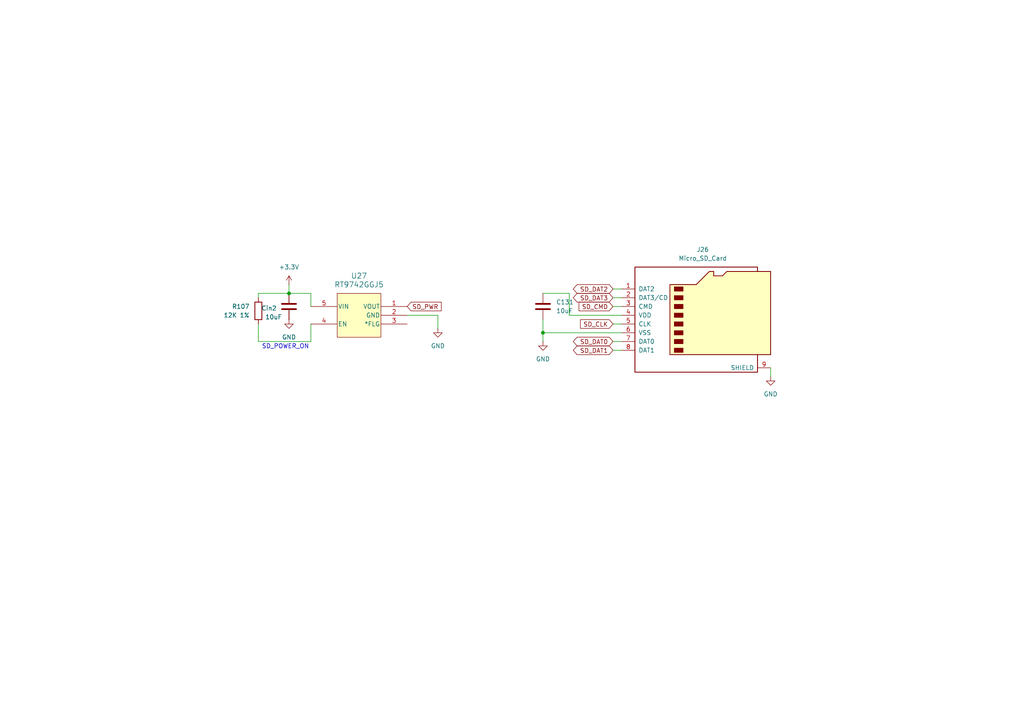
<source format=kicad_sch>
(kicad_sch (version 20250114) (generator "eeschema") (generator_version "9.0")
  (paper "A4")
  (lib_symbols
    (symbol "Connector:Micro_SD_Card" (pin_names (offset 1.016))
      (property "Reference" "J" (at -16.51 15.24 0))
      (property "Value" "Micro_SD_Card" (at 16.51 15.24 0))
      (symbol "Micro_SD_Card_0_1"
        (polyline (pts (xy -8.89 -11.43) (xy -8.89 8.89) (xy -1.27 8.89) (xy 2.54 12.7) (xy 3.81 12.7) (xy 3.81 11.43) (xy 6.35 11.43) (xy 7.62 12.7) (xy 20.32 12.7) (xy 20.32 -11.43) (xy -8.89 -11.43)) (stroke (width 0.254)) (fill (type background)))
        (rectangle (start -7.62 8.255) (end -5.08 6.985) (fill (type outline)))
        (rectangle (start -7.62 5.715) (end -5.08 4.445) (fill (type outline)))
        (rectangle (start -7.62 3.175) (end -5.08 1.905) (fill (type outline)))
        (rectangle (start -7.62 0.635) (end -5.08 -0.635) (fill (type outline)))
        (rectangle (start -7.62 -1.905) (end -5.08 -3.175) (fill (type outline)))
        (rectangle (start -7.62 -4.445) (end -5.08 -5.715) (fill (type outline)))
        (rectangle (start -7.62 -6.985) (end -5.08 -8.255) (fill (type outline)))
        (rectangle (start -7.62 -9.525) (end -5.08 -10.795) (fill (type outline)))
        (polyline (pts (xy 16.51 12.7) (xy 16.51 13.97) (xy -19.05 13.97) (xy -19.05 -16.51) (xy 16.51 -16.51) (xy 16.51 -11.43)) (stroke (width 0.254)))
      )
      (symbol "Micro_SD_Card_1_1"
        (pin bidirectional line (at -22.86 7.62 0) (length 3.81) (name "DAT2") (number "1"))
        (pin bidirectional line (at -22.86 5.08 0) (length 3.81) (name "DAT3/CD") (number "2"))
        (pin input line (at -22.86 2.54 0) (length 3.81) (name "CMD") (number "3"))
        (pin power_in line (at -22.86 0 0) (length 3.81) (name "VDD") (number "4"))
        (pin input line (at -22.86 -2.54 0) (length 3.81) (name "CLK") (number "5"))
        (pin power_in line (at -22.86 -5.08 0) (length 3.81) (name "VSS") (number "6"))
        (pin bidirectional line (at -22.86 -7.62 0) (length 3.81) (name "DAT0") (number "7"))
        (pin bidirectional line (at -22.86 -10.16 0) (length 3.81) (name "DAT1") (number "8"))
        (pin passive line (at 20.32 -15.24 180) (length 3.81) (name "SHIELD") (number "9"))
      )
    )
    (symbol "Device:C" (pin_numbers (hide yes)) (pin_names (offset 0.254))
      (property "Reference" "C" (at 0.635 2.54 0))
      (property "Value" "C" (at 0.635 -2.54 0))
      (symbol "C_0_1"
        (polyline (pts (xy -2.032 0.762) (xy 2.032 0.762)) (stroke (width 0.508)))
        (polyline (pts (xy -2.032 -0.762) (xy 2.032 -0.762)) (stroke (width 0.508)))
      )
      (symbol "C_1_1"
        (pin passive line (at 0 3.81 270) (length 2.794) (name "~") (number "1"))
        (pin passive line (at 0 -3.81 90) (length 2.794) (name "~") (number "2"))
      )
    )
    (symbol "Device:R" (pin_numbers (hide yes)) (pin_names (offset 0))
      (property "Reference" "R" (at 2.032 0 90))
      (property "Value" "R" (at 0 0 90))
      (symbol "R_0_1"
        (rectangle (start -1.016 -2.54) (end 1.016 2.54) (stroke (width 0.254)))
      )
      (symbol "R_1_1"
        (pin passive line (at 0 3.81 270) (length 1.27) (name "~") (number "1"))
        (pin passive line (at 0 -3.81 90) (length 1.27) (name "~") (number "2"))
      )
    )
    (symbol "capstone_parts:RT9742GGJ5" (pin_names (offset 0.254))
      (property "Reference" "U1" (at 20.32 10.16 0))
      (property "Value" "RT9742GGJ5" (at 20.32 7.62 0))
      (symbol "RT9742GGJ5_0_1"
        (pin power_in line (at 6.35 1.27 0) (length 7.62) (name "VOUT") (number "1"))
        (pin power_out line (at 6.35 -1.27 0) (length 7.62) (name "GND") (number "2"))
        (pin unspecified line (at 6.35 -3.81 0) (length 7.62) (name "*FLG") (number "3"))
        (pin power_in line (at 34.29 1.27 180) (length 7.62) (name "VIN") (number "5"))
        (pin unspecified line (at 34.29 -3.81 180) (length 7.62) (name "EN") (number "4"))
      )
      (symbol "RT9742GGJ5_1_1"
        (rectangle (start 13.97 5.08) (end 26.67 -7.62) (fill (type background)))
      )
    )
    (symbol "power:+3.3V" (power) (pin_numbers (hide yes)) (pin_names (offset 0) (hide yes))
      (property "Value" "+3.3V" (at 0 3.556 0))
      (symbol "+3.3V_0_1"
        (polyline (pts (xy -0.762 1.27) (xy 0 2.54)))
        (polyline (pts (xy 0 2.54) (xy 0.762 1.27)))
        (polyline (pts (xy 0 0) (xy 0 2.54)))
      )
      (symbol "+3.3V_1_1"
        (pin power_in line (at 0 0 90) (length 0) (name "~") (number "1"))
      )
    )
    (symbol "power:GND" (power) (pin_numbers (hide yes)) (pin_names (offset 0) (hide yes))
      (property "Value" "GND" (at 0 -3.81 0))
      (symbol "GND_0_1"
        (polyline (pts (xy 0 0) (xy 0 -1.27) (xy 1.27 -1.27) (xy 0 -2.54) (xy -1.27 -1.27) (xy 0 -1.27)))
      )
      (symbol "GND_1_1"
        (pin power_in line (at 0 0 270) (length 0) (name "~") (number "1"))
      )
    )
  )
  (text "SD_POWER_ON" (at 82.804 100.584 0) (effects (font (size 1.27 1.27))))
  (junction (at 83.82 85.09))
  (junction (at 157.48 96.52))
  (wire (pts (xy 177.8 99.06) (xy 180.34 99.06)))
  (wire (pts (xy 90.17 99.06) (xy 90.17 93.98)))
  (wire (pts (xy 90.17 85.09) (xy 83.82 85.09)))
  (wire (pts (xy 177.8 83.82) (xy 180.34 83.82)))
  (wire (pts (xy 180.34 91.44) (xy 165.1 91.44)))
  (wire (pts (xy 165.1 85.09) (xy 157.48 85.09)))
  (wire (pts (xy 157.48 92.71) (xy 157.48 96.52)))
  (wire (pts (xy 74.93 93.98) (xy 74.93 99.06)))
  (wire (pts (xy 177.8 86.36) (xy 180.34 86.36)))
  (wire (pts (xy 165.1 91.44) (xy 165.1 85.09)))
  (wire (pts (xy 177.8 88.9) (xy 180.34 88.9)))
  (wire (pts (xy 223.52 106.68) (xy 223.52 109.22)))
  (wire (pts (xy 90.17 88.9) (xy 90.17 85.09)))
  (wire (pts (xy 127 91.44) (xy 127 95.25)))
  (wire (pts (xy 74.93 85.09) (xy 74.93 86.36)))
  (wire (pts (xy 74.93 99.06) (xy 90.17 99.06)))
  (wire (pts (xy 177.8 101.6) (xy 180.34 101.6)))
  (wire (pts (xy 157.48 96.52) (xy 157.48 99.06)))
  (wire (pts (xy 118.11 91.44) (xy 127 91.44)))
  (wire (pts (xy 177.8 93.98) (xy 180.34 93.98)))
  (wire (pts (xy 180.34 96.52) (xy 157.48 96.52)))
  (wire (pts (xy 74.93 85.09) (xy 83.82 85.09)))
  (wire (pts (xy 83.82 82.55) (xy 83.82 85.09)))
  (global_label "SD_CLK" (shape input) (at 177.8 93.98 180) (property "Intersheetrefs" "${INTERSHEET_REFS}" (effects (hide yes))))
  (global_label "SD_DAT2" (shape bidirectional) (at 177.8 83.82 180) (property "Intersheetrefs" "${INTERSHEET_REFS}" (effects (hide yes))))
  (global_label "SD_PWR" (shape input) (at 118.11 88.9 0) (property "Intersheetrefs" "${INTERSHEET_REFS}" (effects (hide yes))))
  (global_label "SD_DAT3" (shape bidirectional) (at 177.8 86.36 180) (property "Intersheetrefs" "${INTERSHEET_REFS}" (effects (hide yes))))
  (global_label "SD_DAT0" (shape bidirectional) (at 177.8 99.06 180) (property "Intersheetrefs" "${INTERSHEET_REFS}" (effects (hide yes))))
  (global_label "SD_CMD" (shape input) (at 177.8 88.9 180) (property "Intersheetrefs" "${INTERSHEET_REFS}" (effects (hide yes))))
  (global_label "SD_DAT1" (shape bidirectional) (at 177.8 101.6 180) (property "Intersheetrefs" "${INTERSHEET_REFS}" (effects (hide yes))))
  (symbol (lib_id "power:GND") (at 223.52 109.22 0) (unit 1)
    (property "Reference" "#PWR0291" (effects (hide yes)))
    (property "Value" "GND" (at 223.52 114.3 0))
    (property "Description" "Power symbol creates a global label with name \"GND\" , ground" (effects (hide yes)))
  )
  (symbol (lib_id "Device:R") (at 74.93 90.17 0) (mirror x) (unit 1)
    (property "Reference" "R107" (at 72.39 88.8999 0) (effects (justify right)))
    (property "Value" "12K 1%" (at 72.39 91.4399 0) (effects (justify right)))
    (property "Description" "Resistor" (effects (hide yes)))
  )
  (symbol (lib_id "Connector:Micro_SD_Card") (at 203.2 91.44 0) (unit 1)
    (property "Reference" "J26" (at 203.835 72.39 0))
    (property "Value" "Micro_SD_Card" (at 203.835 74.93 0))
    (property "Datasheet" "https://www.we-online.com/components/products/datasheet/693072010801.pdf" (effects (hide yes)))
    (property "Description" "Micro SD Card Socket" (effects (hide yes)))
  )
  (symbol (lib_id "capstone_parts:RT9742GGJ5") (at 124.46 90.17 0) (mirror y) (unit 1)
    (property "Reference" "U27" (at 104.14 80.01 0) (effects (font (size 1.524 1.524))))
    (property "Value" "RT9742GGJ5" (at 104.14 82.55 0) (effects (font (size 1.524 1.524))))
    (property "Footprint" "TSOT-23-5_RIT" (effects (hide yes)))
    (property "Datasheet" "RT9742GGJ5" (effects (hide yes)))
  )
  (symbol (lib_id "power:+3.3V") (at 83.82 82.55 0) (unit 1)
    (property "Reference" "#PWR0287" (effects (hide yes)))
    (property "Value" "+3.3V" (at 83.82 77.47 0))
    (property "Description" "Power symbol creates a global label with name \"+3.3V\"" (effects (hide yes)))
  )
  (symbol (lib_id "Device:C") (at 83.82 88.9 0) (mirror y) (unit 1)
    (property "Reference" "Cin2" (at 80.264 89.408 0) (effects (justify left)))
    (property "Value" "10uF" (at 81.788 91.948 0) (effects (justify left)))
    (property "Description" "Unpolarized capacitor" (effects (hide yes)))
  )
  (symbol (lib_id "power:GND") (at 127 95.25 0) (mirror y) (unit 1)
    (property "Reference" "#PWR0289" (effects (hide yes)))
    (property "Value" "GND" (at 127 100.33 0))
    (property "Description" "Power symbol creates a global label with name \"GND\" , ground" (effects (hide yes)))
  )
  (symbol (lib_id "power:GND") (at 157.48 99.06 0) (unit 1)
    (property "Reference" "#PWR0290" (effects (hide yes)))
    (property "Value" "GND" (at 157.48 104.14 0))
    (property "Description" "Power symbol creates a global label with name \"GND\" , ground" (effects (hide yes)))
  )
  (symbol (lib_id "power:GND") (at 83.82 92.71 0) (mirror y) (unit 1)
    (property "Reference" "#PWR0288" (effects (hide yes)))
    (property "Value" "GND" (at 83.82 97.79 0))
    (property "Description" "Power symbol creates a global label with name \"GND\" , ground" (effects (hide yes)))
  )
  (symbol (lib_id "Device:C") (at 157.48 88.9 0) (unit 1)
    (property "Reference" "C131" (at 161.29 87.6299 0) (effects (justify left)))
    (property "Value" "10uF" (at 161.29 90.1699 0) (effects (justify left)))
    (property "Description" "Unpolarized capacitor" (effects (hide yes)))
  )
)
</source>
